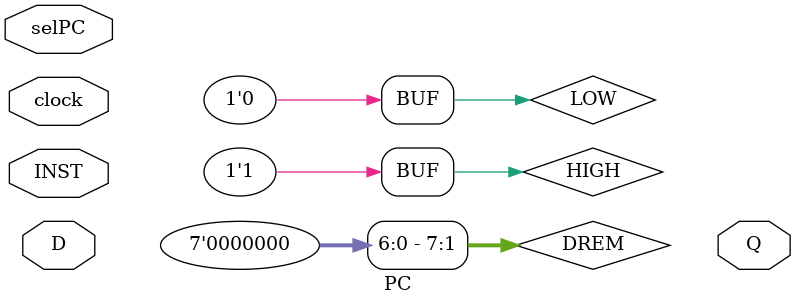
<source format=v>
module PC(input [7:0]D, input [1:0]selPC, input clock, input INST, output [7:0]Q);
	wire LOW, HIGH, nselMEM;
	not(nselMEM, INST);
	and(LOW, nselMEM, INST);
	not(HIGH, LOW);
	
	wire [7:0]outINC;
	wire [7:0]DPC;
	wire [7:0]QPC;
	wire [7:0]DREM;
	wire [7:0]QREM;
	
	buf(DREM, DMout);
	
	INC incrementador(.operando(QPC), .inc(outINC));
	mux8_4x1 muxPC( .em0(DMout), .em1(outINC), .em2(LOW), .em3(QPC), .esel4(selPC), .out4(DPC));
	
	reg8 PC (.ed(DPC), .ck(clock), .eset(LOW), .ereset(LOW), .eena(HIGH), .sq(QPC));
endmodule
</source>
